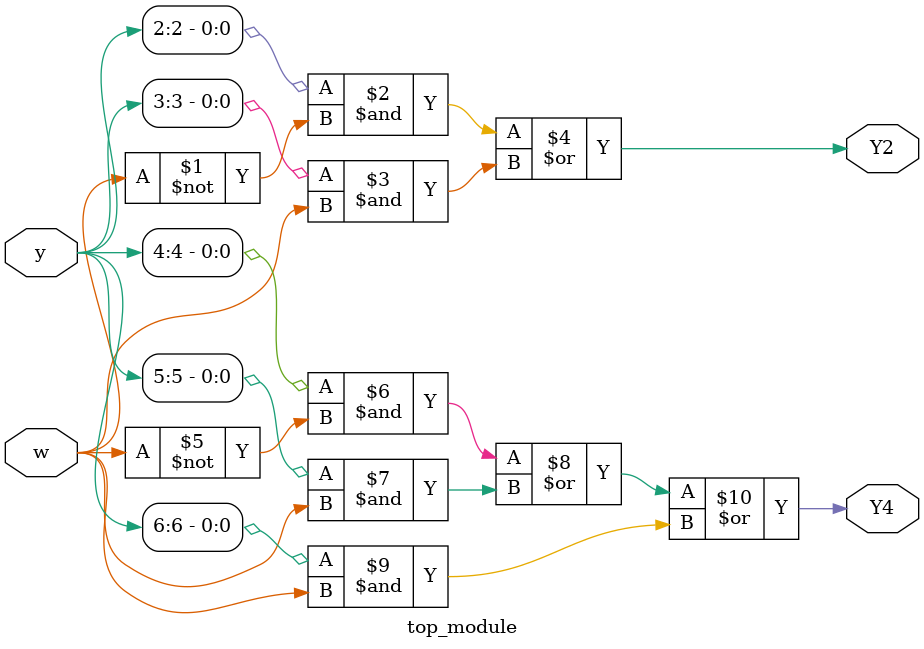
<source format=sv>
module top_module (
    input [6:1] y,
    input w,
    output Y2,
    output Y4
);

// Next-state logic for y[2] (state B or C)
assign Y2 = (y[2] & ~w) | (y[3] & w);

// Next-state logic for y[4] (state D or E or F)
assign Y4 = (y[4] & ~w) | (y[5] & w) | (y[6] & w);

endmodule

</source>
